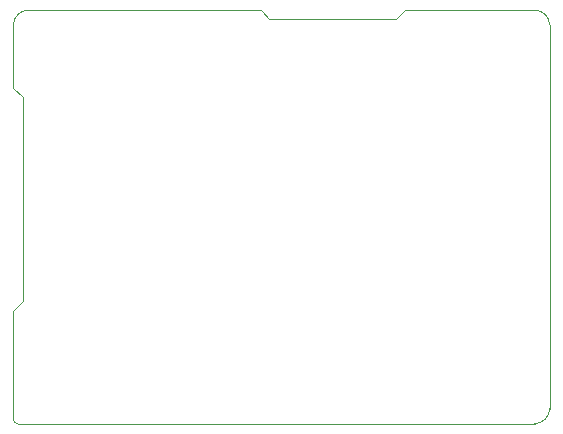
<source format=gm1>
G04 Layer_Color=16711935*
%FSLAX44Y44*%
%MOMM*%
G71*
G01*
G75*
%ADD352C,0.0100*%
D352*
X2238487Y445516D02*
G03*
X2242054Y441960I3629J73D01*
G01*
X2250948Y791972D02*
G03*
X2238502Y779526I0J-12446D01*
G01*
X2692400D02*
G03*
X2679954Y791972I-12446J0D01*
G01*
Y441960D02*
G03*
X2692400Y454660I-127J12573D01*
G01*
X2238502Y726440D02*
Y779526D01*
Y726440D02*
X2246376Y718566D01*
X2238502Y445516D02*
Y537464D01*
X2246376Y545338D01*
X2562637Y784860D02*
X2568050Y790273D01*
X2454910Y784860D02*
X2562637D01*
X2447798Y791972D02*
X2448560Y791210D01*
X2454910Y784860D01*
X2568050Y790273D02*
X2569749Y791972D01*
X2242058Y441960D02*
X2679954D01*
X2246376Y545338D02*
Y718566D01*
X2250948Y791972D02*
X2447798D01*
X2569749D02*
X2679954D01*
X2692400Y454660D02*
Y779526D01*
M02*

</source>
